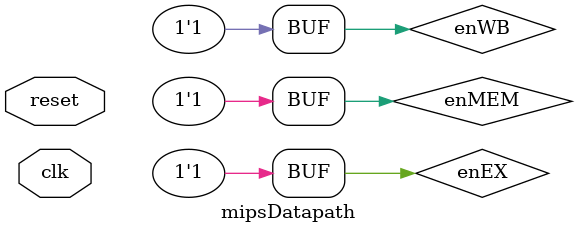
<source format=v>
/*输入:
`include "./n5_ALU.v"
    clk reset
    输出:无
*/
module mipsDatapath(
    input clk,reset
);
//输出线路声明************************************************************************************************************************
    //F
        //PC
        wire [31:0] PC_F;
        //IM
        wire [31:0] INS_F;
    //D
        //ID
        wire [31:0] INS_D;
        wire [31:0] PC_D;
        wire [31:0] PC4_D;
        wire [31:0] PC8_D;
        //Controller_D
        wire NPC_isJr_01;
        wire NPC_isJal_02;
        wire NPC_isBranch_03;
        wire [4:0]  Rs_D;
        wire [4:0]  Rt_D;
        wire [4:0]  Rd_D;
        wire [15:0] imm_D;
        wire [25:0] ins_index_D;
        //GRF
        wire [31:0] RD1_D;
        wire [31:0] RD2_D;
        //NPC
        wire [31:0]NPC;
        //CMP
        wire isEqual_CMP;
    //E
        //EX
        wire [31:0] INS_E;
        wire [31:0] PC_E;
        wire [31:0] PC4_E;
        wire [31:0] PC8_E;
        wire [31:0] RD1_E;
        wire [31:0] RD2_E;
        //Controller_E
        wire        ALU_B_01;
        wire        ALU_immExt_02;
        wire [2:0]  ALU_Op_03;
        wire [15:0] imm_E;
        //ALU
        wire [31:0] ALU_C;
        //EXT
        wire [31:0] immHasExted_E;
    //M
        //MEM
        wire [31:0] INS_M;
        wire [31:0] PC_M;
        wire [31:0] PC4_M;
        wire [31:0] PC8_M;
        wire [31:0] ALU_M;
        wire [31:0] Rt_M;
        //Controller_M
        wire DM_WE;
        //DM
        wire [31:0] DM_M;
    //W
        //WB
        wire [31:0] INS_W;
        wire [31:0] PC_W;
        wire [31:0] PC4_W;
        wire [31:0] PC8_W;
        wire [31:0] ALU_W;
        wire [31:0] DM_W;
        //Controller_W
        wire [1:0]  GRF_A3_01;
        wire        GRF_WE_02;
        wire [1:0]  GRF_WD_03;
        wire [4:0]  Rs_W;
        wire [4:0]  Rt_W;
        wire [4:0]  Rd_W;
    //Hazard
        //Hazard
        wire stallPC;
        wire stallID;
        wire flushEX;
    //Forward
        //Forward
            //NPC_Rs
                wire    [1:0]   JReg_NPC_Rs_Choose;
            //CMP
                //Rs
                wire    [1:0]   Beq_CMP_Rs_Choose;
                //Rt
                wire    [1:0]   Beq_CMP_Rt_Choose;
            //ALU
                //Rs
                wire    [2:0]   cal_r_cal_i_load_store_ALU_Rs_Choose;
                //Rt
                wire    [2:0]   cal_r_ALU_Rt_Choose;
            //Store
                //DM
                wire    [1:0]   store_Rt_Choose_DM_M;
                //Rt_E
                wire    [1:0]   store_Rt_Choose_Rt_E;




//使能线路声明************************************************************************************************************************
    //PC 用Hazard stallPC
    //ID 用Hazard stallID
    //EX 用Hazard的(flushEX||reset) 同时en恒为1
    wire enEX;
    assign enEX=1;
    //MEM en恒为1
    wire enMEM;
    assign enMEM=1;
    //WB en恒为1
    wire enWB;
    assign enWB=1;




//连接模块****************************************************************************************************************************
    //F
        //PC
        PC myPC(
            .clk(clk),
            .reset(reset),
            .en(~stallPC),
            .NPC(NPC),
            .PC(PC_F)
        );
        //IM
        IM myIM(
            .PC(PC_F),
            .Ins(INS_F)
        );
    //D
        //ID
        ID myID(
            .clk(clk),
            .reset(reset),
            .en(~stallID),

            .INS_F(INS_F),
            .PC_F(PC_F),

            .INS_D(INS_D),
            .PC_D(PC_D),
            .PC4_D(PC4_D),
            .PC8_D(PC8_D)
        );
        //Controller_D
        Controller Controller_D(
        //ins**********************************
            .ins(INS_D),
        //GRF**********************************
            // .[1:0]GRF_A3_01( ),
            // .     GRF_WE_02( ),
            // .[1:0]GRF_WD_03( ),
        //ALU**********************************
            // .     ALU_B_01( ),
            // .     ALU_immExt_02( ),
            // .[2:0]ALU_Op_03( ),
        //DM***********************************
            // .     DM_WE_01( ),
        //NPC**********************************
            .NPC_isJr_01(NPC_isJr_01),
            .NPC_isJal_02(NPC_isJal_02),
            .NPC_isBranch_03(NPC_isBranch_03),
        //ins_parts****************************
            .Rs(Rs_D),
            .Rt(Rt_D),
            .Rd(Rd_D),
            .imm(imm_D),
            .ins_index(ins_index_D)
        );
        //GRF
            //A3端口选择
            wire [4:0]  tempGRF_A3;
            assign tempGRF_A3 = 
                (GRF_A3_01==2'b10)? 5'd31:
                (GRF_A3_01==2'b01)? Rt_W:
                Rd_W;
            //WD端口选择
            wire [31:0] tempGRF_WD;
            assign tempGRF_WD = 
                (GRF_WD_03==2'b10)? PC8_W:
                (GRF_WD_03==2'b01)? DM_W:
                ALU_W;
        GRF myGRF(
            .clk(clk),
            .reset(reset),

            .PC_W(PC_W),
            .A1(Rs_D),
            .A2(Rt_D),
            .A3(tempGRF_A3),
            .WD(tempGRF_WD),
            .WE(GRF_WE_02),

            .RD1(RD1_D),
            .RD2(RD2_D)
        );
        //NPC
            //Rs选择
            //10-ALU_M 01-PC8_M 00-RD1
            wire [31:0]tempNPC_Rs;
            assign tempNPC_Rs = 
                (JReg_NPC_Rs_Choose==2'b10)?    ALU_M:
                (JReg_NPC_Rs_Choose==2'b01)?    PC8_M:
                RD1_D;
        NPC myNPC(
            .PC_F(PC_F),
            .PC_D(PC_D),

            .rs(tempNPC_Rs),
            .imm(imm_D),
            .ins_index(ins_index_D),

            .isJr(NPC_isJr_01),
            .isJal(NPC_isJal_02),
            .isBranch(NPC_isBranch_03),
            .isBranchSuccess(isEqual_CMP),

            .NPC(NPC)
        );
        //CMP
            //CMP_Rs选择
            //10-ALU_M 01-PC8_M 00-RD1
            wire [31:0] tempCMP_Rs;
            assign tempCMP_Rs = 
                (Beq_CMP_Rs_Choose==2'b10)? ALU_M:
                (Beq_CMP_Rs_Choose==2'b01)? PC8_M:
                RD1_D;
            //CMP_Rt选择
            //10-ALU_M 01-PC8_M 00-RD2
            wire [31:0] tempCMP_Rt;
            assign tempCMP_Rt =
                (Beq_CMP_Rt_Choose==2'b10)? ALU_M:
                (Beq_CMP_Rt_Choose==2'b01)? PC8_M:
                RD2_D;
        CMP myCMP(
            .Rs(tempCMP_Rs),
            .Rt(tempCMP_Rt),

            .isEqual(isEqual_CMP)
        );
    //E
        //EX
            //flush整合进reset
            wire tempReset_EX;
            assign tempReset_EX = (reset||flushEX);
        EX myEX(
            //时钟
            .clk(clk),
            .reset(tempReset_EX),
            .en(enEX),

            //指令
            .INS_D(INS_D),
            .PC_D(PC_D),
            .PC4_D(PC4_D),
            .PC8_D(PC8_D),
            //GRF读出
            .RD1_D(RD1_D),
            .RD2_D(RD2_D),

            //指令
            .INS_E(INS_E),
            .PC_E(PC_E),
            .PC4_E(PC4_E),
            .PC8_E(PC8_E),
            //GRF读出
            .RD1_E(RD1_E),
            .RD2_E(RD2_E)
        );
        //Controller_E
        Controller Controller_E(
        //ins**********************************
            .ins(INS_E),
        //GRF**********************************
            // .[1:0]GRF_A3_01( ),
            // .     GRF_WE_02( ),
            // .[1:0]GRF_WD_03( ),
        //ALU**********************************
            .ALU_B_01(ALU_B_01),
            .ALU_immExt_02(ALU_immExt_02),
            .ALU_Op_03(ALU_Op_03),
        //DM***********************************
            // .     DM_WE_01( ),
        //NPC**********************************
            // .     NPC_isJr_01( ),
            // .     NPC_isJal_02( ),
            // .     NPC_isBranch_03( ),
        //ins_parts****************************
            // .[4:0]    Rs( ),
            // .[4:0]    Rt( ),
            // .[4:0]    Rd( ),
            .imm(imm_E)
            // .[25:0]   ins_index
        );
        //ALU
            //ALU_Rs选择
            //100-ALU_M 011-ALU_W 010-DM_W 001-PC8_W 000-RD1_E
            wire [31:0] tempALU_Rs;
            assign tempALU_Rs = 
                (cal_r_cal_i_load_store_ALU_Rs_Choose==3'b100)? ALU_M:
                (cal_r_cal_i_load_store_ALU_Rs_Choose==3'b011)? ALU_W:
                (cal_r_cal_i_load_store_ALU_Rs_Choose==3'b010)? DM_W:
                (cal_r_cal_i_load_store_ALU_Rs_Choose==3'b001)? PC8_W:
                RD1_E;
            //ALU_B选择
            wire [31:0] tempALU_B;
            assign tempALU_B =
                (ALU_B_01==1'b1)?   immHasExted_E:
                tempALU_Rt;
                //ALU_Rt选择
                //100-ALU_M 011-ALU_W 010-DM_W 001-PC8_W 000-RD2_E
                wire [31:0] tempALU_Rt;
                assign tempALU_Rt = 
                    (cal_r_ALU_Rt_Choose==3'b100)?  ALU_M:
                    (cal_r_ALU_Rt_Choose==3'b011)?  ALU_W:
                    (cal_r_ALU_Rt_Choose==3'b010)?  DM_W:
                    (cal_r_ALU_Rt_Choose==3'b001)?  PC8_W:
                    RD2_E;
        ALU myALU(
            .A(tempALU_Rs),
            .B(tempALU_B),
            .ALUOp(ALU_Op_03),

            .C(ALU_C)
        );
        //EXT
        EXT myEXT(
            .imm(imm_E),
            .zeroOrSigned(ALU_immExt_02),

            .immHasExted(immHasExted_E)
        );
    //M
        //MEM
            //Store Rt_E的选择
            //11-ALU_W 10-DM_W 01-PC8_W 00-RD2_E
            wire [31:0] tempRt_E;
            assign tempRt_E = 
                (store_Rt_Choose_Rt_E==2'b11)?  ALU_W:
                (store_Rt_Choose_Rt_E==2'b10)?  DM_W:
                (store_Rt_Choose_Rt_E==2'b01)?  PC8_W:
                RD2_E;
        MEM myMEM(
            //时钟
            .clk(clk),
            .reset(reset),
            .en(enMEM),

            //指令
            .INS_E(INS_E),
            .PC_E(PC_E),
            .PC4_E(PC4_E),
            .PC8_E(PC8_E),
            //GRF读出
            .ALU_E(ALU_C),
            .Rt_E(tempRt_E),

            //指令
            .INS_M(INS_M),
            .PC_M(PC_M),
            .PC4_M(PC4_M),
            .PC8_M(PC8_M),
            //GRF读出
            .ALU_M(ALU_M),
            .Rt_M(Rt_M)
        );
        //Controller_M
        Controller COntroller_M(
        //ins**********************************
            .ins(INS_M),
        //GRF**********************************
            // .[1:0]GRF_A3_01( ),
            // .     GRF_WE_02( ),
            // .[1:0]GRF_WD_03( ),
        //ALU**********************************
            // .     ALU_B_01( ),
            // .     ALU_immExt_02( ),
            // .[2:0]ALU_Op_03( ),
        //DM***********************************
            .DM_WE_01(DM_WE)
        //NPC**********************************
            // .     NPC_isJr_01( ),
            // .     NPC_isJal_02( ),
            // .     NPC_isBranch_03( ),
        //ins_parts****************************
            // .[4:0]    Rs( ),
            // .[4:0]    Rt( ),
            // .[4:0]    Rd( ),
            // .[15:0]   imm( ),
            // .[25:0]   ins_index
        );
        //DM
            //DM的Rt端口选择
            //10-ALU_W 01-DM_W 00-Rt_M
            wire [31:0] tempDM_WD;
            assign tempDM_WD = 
                (store_Rt_Choose_DM_M==2'b10)?  ALU_W:
                (store_Rt_Choose_DM_M==2'b01)?  DM_W:
                Rt_M;
        DM myDM(
            .A(ALU_M),
            .WD(tempDM_WD),
            .PC_M(PC_M),
            .WE(DM_WE),

            .clk(clk),
            .reset(reset),
            
            .RD(DM_M)
        );
    //W
        //WB
        WB myWB(
            //时钟
            .clk(clk),
            .reset(reset),
            .en(enWB),

            //指令
            .INS_M(INS_M),
            .PC_M(PC_M),
            .PC4_M(PC4_M),
            .PC8_M(PC8_M),
            //GRF读出
            .ALU_M(ALU_M),
            .DM_M(DM_M),

            //指令
            .INS_W(INS_W),
            .PC_W(PC_W),
            .PC4_W(PC4_W),
            .PC8_W(PC8_W),
            //GRF读出
            .ALU_W(ALU_W),
            .DM_W(DM_W)
        );
        //Controller_W
        Controller Controller_M(
        //ins**********************************
            .ins(INS_W),
        //GRF**********************************
            .GRF_A3_01(GRF_A3_01),
            .GRF_WE_02(GRF_WE_02),
            .GRF_WD_03(GRF_WD_03),
        //ALU**********************************
            // .     ALU_B_01( ),
            // .     ALU_immExt_02( ),
            // .[2:0]ALU_Op_03( ),
        //DM***********************************
            // .     DM_WE_01( ),
        //NPC**********************************
            // .     NPC_isJr_01( ),
            // .     NPC_isJal_02( ),
            // .     NPC_isBranch_03( ),
        //ins_parts****************************
            .Rs(Rs_W),
            .Rt(Rt_W),
            .Rd(Rd_W)
            // .[15:0]   imm( ),
            // .[25:0]   ins_index
        );
    //Hazard
        //Hazard
        Hazard myHazard(
            .INS_D(INS_D),
            .INS_E(INS_E),
            .INS_M(INS_M),

            .stallPC(stallPC),
            .stallID(stallID),
            .flushEX(flushEX)
        );
    //Forward
        //Forward
        Forward myForward(
            .INS_D(INS_D),
            .INS_E(INS_E),
            .INS_M(INS_M),
            .INS_W(INS_W),

            //NPC
            .JReg_NPC_RsChoose(JReg_NPC_Rs_Choose),
            //CMP
            .Beq_CMP_RsChoose(Beq_CMP_Rs_Choose),
            .Beq_CMP_RtChoose(Beq_CMP_Rt_Choose),
            //ALU
            .cal_r_cal_i_load_store_ALU_RsChoose(cal_r_cal_i_load_store_ALU_Rs_Choose),
            .cal_r_ALU_RtChoose(cal_r_ALU_Rt_Choose),
            //Store
            .store_RtChoose_DM_M(store_Rt_Choose_DM_M),
            .store_RtChoose_Rt_E(store_Rt_Choose_Rt_E)
        );

endmodule

</source>
